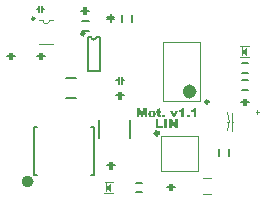
<source format=gto>
G04 Layer_Color=65535*
%FSAX24Y24*%
%MOIN*%
G70*
G01*
G75*
%ADD24C,0.0197*%
%ADD27C,0.0100*%
%ADD34C,0.0039*%
%ADD35C,0.0118*%
%ADD36C,0.0059*%
%ADD37C,0.0098*%
%ADD38C,0.0236*%
%ADD39C,0.0050*%
%ADD40C,0.0079*%
G36*
X017310Y015241D02*
X017355D01*
Y015180D01*
X017310D01*
Y015103D01*
Y015102D01*
Y015101D01*
Y015098D01*
X017310Y015095D01*
X017311Y015090D01*
X017311Y015087D01*
X017312Y015085D01*
X017312Y015084D01*
X017315Y015082D01*
X017320Y015079D01*
X017323Y015079D01*
X017326Y015078D01*
X017328D01*
X017330Y015079D01*
X017333D01*
X017337Y015079D01*
X017341Y015080D01*
X017346Y015082D01*
X017352Y015083D01*
X017358Y015026D01*
X017357D01*
X017356Y015025D01*
X017353Y015025D01*
X017347Y015024D01*
X017339Y015023D01*
X017331Y015022D01*
X017321Y015021D01*
X017311Y015020D01*
X017300Y015019D01*
X017295D01*
X017290Y015020D01*
X017283Y015021D01*
X017276Y015021D01*
X017268Y015023D01*
X017261Y015025D01*
X017254Y015027D01*
X017254Y015027D01*
X017252Y015029D01*
X017249Y015030D01*
X017246Y015033D01*
X017243Y015036D01*
X017239Y015041D01*
X017236Y015045D01*
X017233Y015051D01*
Y015052D01*
X017232Y015054D01*
X017231Y015058D01*
X017229Y015064D01*
X017228Y015071D01*
X017227Y015080D01*
X017227Y015091D01*
X017226Y015104D01*
Y015180D01*
X017195D01*
Y015241D01*
X017226D01*
Y015281D01*
X017310Y015324D01*
Y015241D01*
D02*
G37*
G36*
X017483Y015025D02*
X017395D01*
Y015108D01*
X017483D01*
Y015025D01*
D02*
G37*
G36*
X018110D02*
X018025D01*
Y015224D01*
X018024Y015223D01*
X018022Y015222D01*
X018018Y015219D01*
X018013Y015215D01*
X018007Y015211D01*
X018000Y015207D01*
X017986Y015199D01*
X017985Y015198D01*
X017982Y015197D01*
X017978Y015195D01*
X017973Y015193D01*
X017966Y015190D01*
X017958Y015187D01*
X017948Y015184D01*
X017938Y015181D01*
Y015249D01*
X017939D01*
X017940Y015249D01*
X017942Y015250D01*
X017945Y015251D01*
X017948Y015252D01*
X017952Y015254D01*
X017962Y015258D01*
X017973Y015263D01*
X017983Y015268D01*
X017994Y015274D01*
X018004Y015281D01*
X018005Y015282D01*
X018008Y015284D01*
X018012Y015288D01*
X018017Y015294D01*
X018023Y015301D01*
X018029Y015310D01*
X018035Y015319D01*
X018040Y015329D01*
X018110D01*
Y015025D01*
D02*
G37*
G36*
X017054Y015246D02*
X017060Y015245D01*
X017066Y015245D01*
X017073Y015243D01*
X017080Y015242D01*
X017096Y015237D01*
X017104Y015234D01*
X017113Y015230D01*
X017121Y015226D01*
X017128Y015221D01*
X017136Y015215D01*
X017142Y015208D01*
X017142Y015208D01*
X017143Y015207D01*
X017144Y015205D01*
X017146Y015203D01*
X017148Y015200D01*
X017151Y015196D01*
X017156Y015188D01*
X017160Y015177D01*
X017165Y015164D01*
X017168Y015150D01*
X017169Y015142D01*
Y015133D01*
Y015133D01*
Y015131D01*
Y015129D01*
X017168Y015125D01*
X017168Y015121D01*
X017167Y015116D01*
X017166Y015110D01*
X017165Y015105D01*
X017161Y015091D01*
X017158Y015085D01*
X017155Y015078D01*
X017151Y015071D01*
X017147Y015064D01*
X017141Y015057D01*
X017136Y015051D01*
X017135Y015051D01*
X017134Y015050D01*
X017132Y015048D01*
X017129Y015046D01*
X017126Y015044D01*
X017122Y015041D01*
X017117Y015038D01*
X017111Y015036D01*
X017106Y015032D01*
X017099Y015029D01*
X017091Y015027D01*
X017083Y015025D01*
X017074Y015022D01*
X017065Y015021D01*
X017054Y015020D01*
X017044Y015019D01*
X017039D01*
X017035Y015020D01*
X017031D01*
X017026Y015021D01*
X017020Y015022D01*
X017014Y015023D01*
X017000Y015026D01*
X016986Y015030D01*
X016972Y015037D01*
X016966Y015041D01*
X016959Y015046D01*
X016959Y015046D01*
X016958Y015048D01*
X016956Y015049D01*
X016953Y015052D01*
X016950Y015055D01*
X016947Y015059D01*
X016943Y015064D01*
X016940Y015069D01*
X016936Y015075D01*
X016933Y015081D01*
X016929Y015089D01*
X016926Y015096D01*
X016924Y015104D01*
X016922Y015113D01*
X016921Y015122D01*
X016920Y015132D01*
Y015132D01*
Y015134D01*
Y015136D01*
X016921Y015140D01*
X016921Y015144D01*
X016922Y015150D01*
X016923Y015155D01*
X016924Y015161D01*
X016928Y015174D01*
X016931Y015181D01*
X016935Y015188D01*
X016938Y015195D01*
X016943Y015201D01*
X016948Y015208D01*
X016954Y015214D01*
X016954Y015215D01*
X016955Y015215D01*
X016957Y015217D01*
X016960Y015219D01*
X016963Y015222D01*
X016967Y015224D01*
X016972Y015227D01*
X016977Y015230D01*
X016984Y015233D01*
X016990Y015236D01*
X016997Y015239D01*
X017005Y015241D01*
X017014Y015243D01*
X017023Y015245D01*
X017033Y015246D01*
X017043Y015246D01*
X017050D01*
X017054Y015246D01*
D02*
G37*
G36*
X017262Y014734D02*
X017406D01*
Y014660D01*
X017170D01*
Y014960D01*
X017262D01*
Y014734D01*
D02*
G37*
G36*
X017545Y014660D02*
X017452D01*
Y014960D01*
X017545D01*
Y014660D01*
D02*
G37*
G36*
X017898D02*
X017811D01*
X017699Y014825D01*
Y014660D01*
X017612D01*
Y014960D01*
X017698D01*
X017811Y014793D01*
Y014960D01*
X017898D01*
Y014660D01*
D02*
G37*
G36*
X016877Y015025D02*
X016801D01*
Y015253D01*
X016743Y015025D01*
X016674D01*
X016616Y015253D01*
Y015025D01*
X016540D01*
Y015324D01*
X016662D01*
X016708Y015142D01*
X016755Y015324D01*
X016877D01*
Y015025D01*
D02*
G37*
G36*
X015546Y012703D02*
X015675Y012833D01*
Y012537D01*
X015546Y012667D01*
Y012542D01*
X015526D01*
Y012838D01*
X015546D01*
Y012703D01*
D02*
G37*
G36*
X020066Y017233D02*
X020196Y017363D01*
Y017067D01*
X020066Y017197D01*
Y017072D01*
X020047D01*
Y017368D01*
X020066D01*
Y017233D01*
D02*
G37*
G36*
X017812Y015025D02*
X017739D01*
X017649Y015241D01*
X017735D01*
X017777Y015104D01*
X017821Y015241D01*
X017905D01*
X017812Y015025D01*
D02*
G37*
G36*
X018297D02*
X018208D01*
Y015108D01*
X018297D01*
Y015025D01*
D02*
G37*
G36*
X018528D02*
X018444D01*
Y015224D01*
X018443Y015223D01*
X018440Y015222D01*
X018436Y015219D01*
X018431Y015215D01*
X018425Y015211D01*
X018418Y015207D01*
X018404Y015199D01*
X018403Y015198D01*
X018400Y015197D01*
X018396Y015195D01*
X018391Y015193D01*
X018384Y015190D01*
X018376Y015187D01*
X018367Y015184D01*
X018356Y015181D01*
Y015249D01*
X018357D01*
X018358Y015249D01*
X018360Y015250D01*
X018363Y015251D01*
X018367Y015252D01*
X018371Y015254D01*
X018380Y015258D01*
X018391Y015263D01*
X018402Y015268D01*
X018412Y015274D01*
X018422Y015281D01*
X018423Y015282D01*
X018426Y015284D01*
X018430Y015288D01*
X018435Y015294D01*
X018441Y015301D01*
X018447Y015310D01*
X018453Y015319D01*
X018459Y015329D01*
X018528D01*
Y015025D01*
D02*
G37*
%LPC*%
G36*
X017045Y015189D02*
X017042D01*
X017039Y015189D01*
X017035Y015188D01*
X017030Y015186D01*
X017025Y015183D01*
X017020Y015180D01*
X017015Y015175D01*
X017015Y015174D01*
X017013Y015173D01*
X017012Y015169D01*
X017009Y015165D01*
X017007Y015158D01*
X017005Y015151D01*
X017004Y015143D01*
X017004Y015132D01*
Y015132D01*
Y015131D01*
Y015128D01*
X017004Y015123D01*
X017005Y015116D01*
X017007Y015109D01*
X017008Y015102D01*
X017011Y015095D01*
X017015Y015089D01*
X017016Y015089D01*
X017018Y015087D01*
X017020Y015085D01*
X017023Y015082D01*
X017027Y015080D01*
X017032Y015078D01*
X017038Y015076D01*
X017045Y015075D01*
X017047D01*
X017051Y015076D01*
X017055Y015077D01*
X017060Y015079D01*
X017065Y015081D01*
X017069Y015084D01*
X017074Y015089D01*
X017075Y015089D01*
X017076Y015091D01*
X017077Y015094D01*
X017080Y015099D01*
X017082Y015105D01*
X017084Y015113D01*
X017085Y015123D01*
X017085Y015133D01*
Y015133D01*
Y015134D01*
Y015137D01*
X017085Y015143D01*
X017084Y015149D01*
X017083Y015155D01*
X017080Y015163D01*
X017077Y015169D01*
X017073Y015175D01*
X017073Y015176D01*
X017071Y015177D01*
X017069Y015180D01*
X017065Y015182D01*
X017061Y015185D01*
X017057Y015187D01*
X017051Y015189D01*
X017045Y015189D01*
D02*
G37*
%LPD*%
D24*
X013000Y012882D02*
G03*
X013000Y012882I-000100J000000D01*
G01*
D27*
X013119Y018306D02*
G03*
X013119Y018306I-000033J000000D01*
G01*
D34*
X019557Y014581D02*
G03*
X019562Y015177I-000648J000303D01*
G01*
X013403Y018254D02*
G03*
X013631Y018254I000114J000000D01*
G01*
X019700Y014580D02*
Y015180D01*
X019540Y014880D02*
X019620D01*
X019700D02*
X019760D01*
X020510Y015200D02*
X020610D01*
X020560Y015140D02*
Y015260D01*
X015467Y012867D02*
X015757D01*
X015457Y012513D02*
X015748D01*
X019988Y017397D02*
X020278D01*
X019978Y017043D02*
X020268D01*
X018755Y013010D02*
X019025D01*
X018760Y012475D02*
X019025D01*
X017348Y014403D02*
X018569D01*
X017348Y013221D02*
X018569D01*
X017348D02*
Y014403D01*
X018569Y013221D02*
Y014403D01*
X018640Y015576D02*
Y017541D01*
X017420Y015576D02*
Y017541D01*
Y015576D02*
X018640D01*
X017420Y017541D02*
X018640D01*
X013274Y017466D02*
X013746D01*
X013631Y018254D02*
X013746D01*
X013274D02*
X013403D01*
D35*
X014775Y017807D02*
G03*
X014775Y017804I-000038J-000003D01*
G01*
X017267Y014496D02*
G03*
X017267Y014496I-000059J000000D01*
G01*
D36*
X015009Y017701D02*
G03*
X015196Y017701I000093J000000D01*
G01*
X016302Y014325D02*
Y014916D01*
X015278Y014325D02*
Y014916D01*
X015100Y013082D02*
Y014682D01*
X013100Y013082D02*
X013200D01*
X013100D02*
Y014682D01*
X013200D01*
X015000Y013082D02*
X015100D01*
X015000Y014682D02*
X015100D01*
X015196Y017701D02*
X015300D01*
X014910D02*
X015010D01*
X015300Y016579D02*
Y017701D01*
X014910Y016579D02*
X015300D01*
X014910D02*
Y017701D01*
D37*
X018928Y015536D02*
G03*
X018928Y015536I-000049J000000D01*
G01*
D38*
X018416Y015881D02*
G03*
X018416Y015881I-000118J000000D01*
G01*
D39*
X020042Y016267D02*
X020258D01*
X020042Y015943D02*
X020258D01*
X017712Y012693D02*
X017801Y012693D01*
X017712Y012592D02*
Y012811D01*
X017633Y012592D02*
Y012811D01*
X017545Y012693D02*
X017633Y012693D01*
X014862Y018573D02*
X014951Y018573D01*
X014862Y018472D02*
Y018691D01*
X014783Y018472D02*
Y018691D01*
X014695Y018573D02*
X014783Y018573D01*
X015667Y018451D02*
X015667Y018362D01*
X015549D02*
X015768D01*
X015549Y018283D02*
X015768D01*
X015667D02*
X015667Y018195D01*
X015549Y013417D02*
X015638Y013417D01*
Y013299D02*
Y013518D01*
X015717Y013299D02*
Y013518D01*
Y013417D02*
X015805Y013417D01*
X020019Y015537D02*
X020108Y015537D01*
Y015419D02*
Y015638D01*
X020187Y015419D02*
Y015638D01*
Y015537D02*
X020275Y015537D01*
X015861Y016248D02*
X015950Y016248D01*
Y016130D02*
Y016350D01*
X016029Y016130D02*
Y016350D01*
Y016248D02*
X016117Y016248D01*
X015859Y015757D02*
X015948Y015757D01*
Y015639D02*
Y015858D01*
X016027Y015639D02*
Y015858D01*
Y015757D02*
X016115Y015757D01*
X016512Y012847D02*
X016728D01*
X016512Y012523D02*
X016728D01*
X014726Y017913D02*
X014943D01*
X014726Y018237D02*
X014943D01*
X019273Y013742D02*
Y013958D01*
X019597Y013742D02*
Y013958D01*
X016367Y018212D02*
Y018428D01*
X016043Y018212D02*
Y018428D01*
X020032Y016503D02*
X020248D01*
X020032Y016827D02*
X020248D01*
X012382Y017053D02*
X012471Y017053D01*
X012382Y016952D02*
Y017171D01*
X012303Y016952D02*
Y017171D01*
X012215Y017053D02*
X012303Y017053D01*
X013372Y018623D02*
X013461Y018623D01*
X013372Y018522D02*
Y018741D01*
X013293Y018522D02*
Y018741D01*
X013205Y018623D02*
X013293Y018623D01*
X013382Y017053D02*
X013471Y017053D01*
X013382Y016952D02*
Y017171D01*
X013303Y016952D02*
Y017171D01*
X013215Y017053D02*
X013303Y017053D01*
D40*
X014193Y015675D02*
X014507D01*
X014193Y016345D02*
X014507D01*
M02*

</source>
